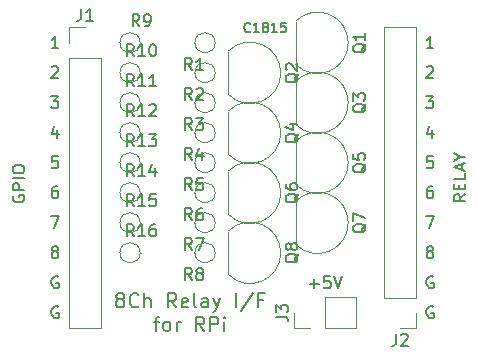
<source format=gto>
G04 #@! TF.FileFunction,Legend,Top*
%FSLAX46Y46*%
G04 Gerber Fmt 4.6, Leading zero omitted, Abs format (unit mm)*
G04 Created by KiCad (PCBNEW 4.0.7) date 07/06/18 16:03:28*
%MOMM*%
%LPD*%
G01*
G04 APERTURE LIST*
%ADD10C,0.100000*%
%ADD11C,0.150000*%
%ADD12C,0.200000*%
%ADD13C,0.120000*%
G04 APERTURE END LIST*
D10*
D11*
X91433809Y-77755714D02*
X91395714Y-77793810D01*
X91281428Y-77831905D01*
X91205238Y-77831905D01*
X91090952Y-77793810D01*
X91014761Y-77717619D01*
X90976666Y-77641429D01*
X90938571Y-77489048D01*
X90938571Y-77374762D01*
X90976666Y-77222381D01*
X91014761Y-77146190D01*
X91090952Y-77070000D01*
X91205238Y-77031905D01*
X91281428Y-77031905D01*
X91395714Y-77070000D01*
X91433809Y-77108095D01*
X92195714Y-77831905D02*
X91738571Y-77831905D01*
X91967142Y-77831905D02*
X91967142Y-77031905D01*
X91890952Y-77146190D01*
X91814761Y-77222381D01*
X91738571Y-77260476D01*
X92652857Y-77374762D02*
X92576666Y-77336667D01*
X92538571Y-77298571D01*
X92500476Y-77222381D01*
X92500476Y-77184286D01*
X92538571Y-77108095D01*
X92576666Y-77070000D01*
X92652857Y-77031905D01*
X92805238Y-77031905D01*
X92881428Y-77070000D01*
X92919524Y-77108095D01*
X92957619Y-77184286D01*
X92957619Y-77222381D01*
X92919524Y-77298571D01*
X92881428Y-77336667D01*
X92805238Y-77374762D01*
X92652857Y-77374762D01*
X92576666Y-77412857D01*
X92538571Y-77450952D01*
X92500476Y-77527143D01*
X92500476Y-77679524D01*
X92538571Y-77755714D01*
X92576666Y-77793810D01*
X92652857Y-77831905D01*
X92805238Y-77831905D01*
X92881428Y-77793810D01*
X92919524Y-77755714D01*
X92957619Y-77679524D01*
X92957619Y-77527143D01*
X92919524Y-77450952D01*
X92881428Y-77412857D01*
X92805238Y-77374762D01*
X93719524Y-77831905D02*
X93262381Y-77831905D01*
X93490952Y-77831905D02*
X93490952Y-77031905D01*
X93414762Y-77146190D01*
X93338571Y-77222381D01*
X93262381Y-77260476D01*
X94443334Y-77031905D02*
X94062381Y-77031905D01*
X94024286Y-77412857D01*
X94062381Y-77374762D01*
X94138572Y-77336667D01*
X94329048Y-77336667D01*
X94405238Y-77374762D01*
X94443334Y-77412857D01*
X94481429Y-77489048D01*
X94481429Y-77679524D01*
X94443334Y-77755714D01*
X94405238Y-77793810D01*
X94329048Y-77831905D01*
X94138572Y-77831905D01*
X94062381Y-77793810D01*
X94024286Y-77755714D01*
D12*
X109672381Y-91574762D02*
X109196190Y-91908096D01*
X109672381Y-92146191D02*
X108672381Y-92146191D01*
X108672381Y-91765238D01*
X108720000Y-91670000D01*
X108767619Y-91622381D01*
X108862857Y-91574762D01*
X109005714Y-91574762D01*
X109100952Y-91622381D01*
X109148571Y-91670000D01*
X109196190Y-91765238D01*
X109196190Y-92146191D01*
X109148571Y-91146191D02*
X109148571Y-90812857D01*
X109672381Y-90670000D02*
X109672381Y-91146191D01*
X108672381Y-91146191D01*
X108672381Y-90670000D01*
X109672381Y-89765238D02*
X109672381Y-90241429D01*
X108672381Y-90241429D01*
X109386667Y-89479524D02*
X109386667Y-89003333D01*
X109672381Y-89574762D02*
X108672381Y-89241429D01*
X109672381Y-88908095D01*
X109196190Y-88384286D02*
X109672381Y-88384286D01*
X108672381Y-88717619D02*
X109196190Y-88384286D01*
X108672381Y-88050952D01*
X80331429Y-100457143D02*
X80217143Y-100400000D01*
X80160000Y-100342857D01*
X80102857Y-100228571D01*
X80102857Y-100171429D01*
X80160000Y-100057143D01*
X80217143Y-100000000D01*
X80331429Y-99942857D01*
X80560000Y-99942857D01*
X80674286Y-100000000D01*
X80731429Y-100057143D01*
X80788572Y-100171429D01*
X80788572Y-100228571D01*
X80731429Y-100342857D01*
X80674286Y-100400000D01*
X80560000Y-100457143D01*
X80331429Y-100457143D01*
X80217143Y-100514286D01*
X80160000Y-100571429D01*
X80102857Y-100685714D01*
X80102857Y-100914286D01*
X80160000Y-101028571D01*
X80217143Y-101085714D01*
X80331429Y-101142857D01*
X80560000Y-101142857D01*
X80674286Y-101085714D01*
X80731429Y-101028571D01*
X80788572Y-100914286D01*
X80788572Y-100685714D01*
X80731429Y-100571429D01*
X80674286Y-100514286D01*
X80560000Y-100457143D01*
X81988572Y-101028571D02*
X81931429Y-101085714D01*
X81760000Y-101142857D01*
X81645714Y-101142857D01*
X81474286Y-101085714D01*
X81360000Y-100971429D01*
X81302857Y-100857143D01*
X81245714Y-100628571D01*
X81245714Y-100457143D01*
X81302857Y-100228571D01*
X81360000Y-100114286D01*
X81474286Y-100000000D01*
X81645714Y-99942857D01*
X81760000Y-99942857D01*
X81931429Y-100000000D01*
X81988572Y-100057143D01*
X82502857Y-101142857D02*
X82502857Y-99942857D01*
X83017143Y-101142857D02*
X83017143Y-100514286D01*
X82960000Y-100400000D01*
X82845714Y-100342857D01*
X82674286Y-100342857D01*
X82560000Y-100400000D01*
X82502857Y-100457143D01*
X85188572Y-101142857D02*
X84788572Y-100571429D01*
X84502857Y-101142857D02*
X84502857Y-99942857D01*
X84960000Y-99942857D01*
X85074286Y-100000000D01*
X85131429Y-100057143D01*
X85188572Y-100171429D01*
X85188572Y-100342857D01*
X85131429Y-100457143D01*
X85074286Y-100514286D01*
X84960000Y-100571429D01*
X84502857Y-100571429D01*
X86160000Y-101085714D02*
X86045714Y-101142857D01*
X85817143Y-101142857D01*
X85702857Y-101085714D01*
X85645714Y-100971429D01*
X85645714Y-100514286D01*
X85702857Y-100400000D01*
X85817143Y-100342857D01*
X86045714Y-100342857D01*
X86160000Y-100400000D01*
X86217143Y-100514286D01*
X86217143Y-100628571D01*
X85645714Y-100742857D01*
X86902857Y-101142857D02*
X86788571Y-101085714D01*
X86731428Y-100971429D01*
X86731428Y-99942857D01*
X87874285Y-101142857D02*
X87874285Y-100514286D01*
X87817142Y-100400000D01*
X87702856Y-100342857D01*
X87474285Y-100342857D01*
X87359999Y-100400000D01*
X87874285Y-101085714D02*
X87759999Y-101142857D01*
X87474285Y-101142857D01*
X87359999Y-101085714D01*
X87302856Y-100971429D01*
X87302856Y-100857143D01*
X87359999Y-100742857D01*
X87474285Y-100685714D01*
X87759999Y-100685714D01*
X87874285Y-100628571D01*
X88331428Y-100342857D02*
X88617142Y-101142857D01*
X88902856Y-100342857D02*
X88617142Y-101142857D01*
X88502856Y-101428571D01*
X88445713Y-101485714D01*
X88331428Y-101542857D01*
X90274285Y-101142857D02*
X90274285Y-99942857D01*
X91702857Y-99885714D02*
X90674286Y-101428571D01*
X92502857Y-100514286D02*
X92102857Y-100514286D01*
X92102857Y-101142857D02*
X92102857Y-99942857D01*
X92674286Y-99942857D01*
X83274286Y-102342857D02*
X83731429Y-102342857D01*
X83445714Y-103142857D02*
X83445714Y-102114286D01*
X83502857Y-102000000D01*
X83617143Y-101942857D01*
X83731429Y-101942857D01*
X84302857Y-103142857D02*
X84188571Y-103085714D01*
X84131428Y-103028571D01*
X84074285Y-102914286D01*
X84074285Y-102571429D01*
X84131428Y-102457143D01*
X84188571Y-102400000D01*
X84302857Y-102342857D01*
X84474285Y-102342857D01*
X84588571Y-102400000D01*
X84645714Y-102457143D01*
X84702857Y-102571429D01*
X84702857Y-102914286D01*
X84645714Y-103028571D01*
X84588571Y-103085714D01*
X84474285Y-103142857D01*
X84302857Y-103142857D01*
X85217142Y-103142857D02*
X85217142Y-102342857D01*
X85217142Y-102571429D02*
X85274285Y-102457143D01*
X85331428Y-102400000D01*
X85445714Y-102342857D01*
X85559999Y-102342857D01*
X87560000Y-103142857D02*
X87160000Y-102571429D01*
X86874285Y-103142857D02*
X86874285Y-101942857D01*
X87331428Y-101942857D01*
X87445714Y-102000000D01*
X87502857Y-102057143D01*
X87560000Y-102171429D01*
X87560000Y-102342857D01*
X87502857Y-102457143D01*
X87445714Y-102514286D01*
X87331428Y-102571429D01*
X86874285Y-102571429D01*
X88074285Y-103142857D02*
X88074285Y-101942857D01*
X88531428Y-101942857D01*
X88645714Y-102000000D01*
X88702857Y-102057143D01*
X88760000Y-102171429D01*
X88760000Y-102342857D01*
X88702857Y-102457143D01*
X88645714Y-102514286D01*
X88531428Y-102571429D01*
X88074285Y-102571429D01*
X89274285Y-103142857D02*
X89274285Y-102342857D01*
X89274285Y-101942857D02*
X89217142Y-102000000D01*
X89274285Y-102057143D01*
X89331428Y-102000000D01*
X89274285Y-101942857D01*
X89274285Y-102057143D01*
X96504286Y-99131429D02*
X97266191Y-99131429D01*
X96885239Y-99512381D02*
X96885239Y-98750476D01*
X98218572Y-98512381D02*
X97742381Y-98512381D01*
X97694762Y-98988571D01*
X97742381Y-98940952D01*
X97837619Y-98893333D01*
X98075715Y-98893333D01*
X98170953Y-98940952D01*
X98218572Y-98988571D01*
X98266191Y-99083810D01*
X98266191Y-99321905D01*
X98218572Y-99417143D01*
X98170953Y-99464762D01*
X98075715Y-99512381D01*
X97837619Y-99512381D01*
X97742381Y-99464762D01*
X97694762Y-99417143D01*
X98551905Y-98512381D02*
X98885238Y-99512381D01*
X99218572Y-98512381D01*
X106941905Y-101100000D02*
X106846667Y-101052381D01*
X106703810Y-101052381D01*
X106560952Y-101100000D01*
X106465714Y-101195238D01*
X106418095Y-101290476D01*
X106370476Y-101480952D01*
X106370476Y-101623810D01*
X106418095Y-101814286D01*
X106465714Y-101909524D01*
X106560952Y-102004762D01*
X106703810Y-102052381D01*
X106799048Y-102052381D01*
X106941905Y-102004762D01*
X106989524Y-101957143D01*
X106989524Y-101623810D01*
X106799048Y-101623810D01*
X106941905Y-98560000D02*
X106846667Y-98512381D01*
X106703810Y-98512381D01*
X106560952Y-98560000D01*
X106465714Y-98655238D01*
X106418095Y-98750476D01*
X106370476Y-98940952D01*
X106370476Y-99083810D01*
X106418095Y-99274286D01*
X106465714Y-99369524D01*
X106560952Y-99464762D01*
X106703810Y-99512381D01*
X106799048Y-99512381D01*
X106941905Y-99464762D01*
X106989524Y-99417143D01*
X106989524Y-99083810D01*
X106799048Y-99083810D01*
X106346667Y-93432381D02*
X107013334Y-93432381D01*
X106584762Y-94432381D01*
X106584762Y-96400952D02*
X106489524Y-96353333D01*
X106441905Y-96305714D01*
X106394286Y-96210476D01*
X106394286Y-96162857D01*
X106441905Y-96067619D01*
X106489524Y-96020000D01*
X106584762Y-95972381D01*
X106775239Y-95972381D01*
X106870477Y-96020000D01*
X106918096Y-96067619D01*
X106965715Y-96162857D01*
X106965715Y-96210476D01*
X106918096Y-96305714D01*
X106870477Y-96353333D01*
X106775239Y-96400952D01*
X106584762Y-96400952D01*
X106489524Y-96448571D01*
X106441905Y-96496190D01*
X106394286Y-96591429D01*
X106394286Y-96781905D01*
X106441905Y-96877143D01*
X106489524Y-96924762D01*
X106584762Y-96972381D01*
X106775239Y-96972381D01*
X106870477Y-96924762D01*
X106918096Y-96877143D01*
X106965715Y-96781905D01*
X106965715Y-96591429D01*
X106918096Y-96496190D01*
X106870477Y-96448571D01*
X106775239Y-96400952D01*
X106870477Y-86145714D02*
X106870477Y-86812381D01*
X106632381Y-85764762D02*
X106394286Y-86479048D01*
X107013334Y-86479048D01*
X106346667Y-83272381D02*
X106965715Y-83272381D01*
X106632381Y-83653333D01*
X106775239Y-83653333D01*
X106870477Y-83700952D01*
X106918096Y-83748571D01*
X106965715Y-83843810D01*
X106965715Y-84081905D01*
X106918096Y-84177143D01*
X106870477Y-84224762D01*
X106775239Y-84272381D01*
X106489524Y-84272381D01*
X106394286Y-84224762D01*
X106346667Y-84177143D01*
X106918096Y-88352381D02*
X106441905Y-88352381D01*
X106394286Y-88828571D01*
X106441905Y-88780952D01*
X106537143Y-88733333D01*
X106775239Y-88733333D01*
X106870477Y-88780952D01*
X106918096Y-88828571D01*
X106965715Y-88923810D01*
X106965715Y-89161905D01*
X106918096Y-89257143D01*
X106870477Y-89304762D01*
X106775239Y-89352381D01*
X106537143Y-89352381D01*
X106441905Y-89304762D01*
X106394286Y-89257143D01*
X106870477Y-90892381D02*
X106680000Y-90892381D01*
X106584762Y-90940000D01*
X106537143Y-90987619D01*
X106441905Y-91130476D01*
X106394286Y-91320952D01*
X106394286Y-91701905D01*
X106441905Y-91797143D01*
X106489524Y-91844762D01*
X106584762Y-91892381D01*
X106775239Y-91892381D01*
X106870477Y-91844762D01*
X106918096Y-91797143D01*
X106965715Y-91701905D01*
X106965715Y-91463810D01*
X106918096Y-91368571D01*
X106870477Y-91320952D01*
X106775239Y-91273333D01*
X106584762Y-91273333D01*
X106489524Y-91320952D01*
X106441905Y-91368571D01*
X106394286Y-91463810D01*
X106965715Y-79192381D02*
X106394286Y-79192381D01*
X106680000Y-79192381D02*
X106680000Y-78192381D01*
X106584762Y-78335238D01*
X106489524Y-78430476D01*
X106394286Y-78478095D01*
X106394286Y-80827619D02*
X106441905Y-80780000D01*
X106537143Y-80732381D01*
X106775239Y-80732381D01*
X106870477Y-80780000D01*
X106918096Y-80827619D01*
X106965715Y-80922857D01*
X106965715Y-81018095D01*
X106918096Y-81160952D01*
X106346667Y-81732381D01*
X106965715Y-81732381D01*
X74644286Y-80827619D02*
X74691905Y-80780000D01*
X74787143Y-80732381D01*
X75025239Y-80732381D01*
X75120477Y-80780000D01*
X75168096Y-80827619D01*
X75215715Y-80922857D01*
X75215715Y-81018095D01*
X75168096Y-81160952D01*
X74596667Y-81732381D01*
X75215715Y-81732381D01*
X75215715Y-79192381D02*
X74644286Y-79192381D01*
X74930000Y-79192381D02*
X74930000Y-78192381D01*
X74834762Y-78335238D01*
X74739524Y-78430476D01*
X74644286Y-78478095D01*
X75120477Y-90892381D02*
X74930000Y-90892381D01*
X74834762Y-90940000D01*
X74787143Y-90987619D01*
X74691905Y-91130476D01*
X74644286Y-91320952D01*
X74644286Y-91701905D01*
X74691905Y-91797143D01*
X74739524Y-91844762D01*
X74834762Y-91892381D01*
X75025239Y-91892381D01*
X75120477Y-91844762D01*
X75168096Y-91797143D01*
X75215715Y-91701905D01*
X75215715Y-91463810D01*
X75168096Y-91368571D01*
X75120477Y-91320952D01*
X75025239Y-91273333D01*
X74834762Y-91273333D01*
X74739524Y-91320952D01*
X74691905Y-91368571D01*
X74644286Y-91463810D01*
X75168096Y-88352381D02*
X74691905Y-88352381D01*
X74644286Y-88828571D01*
X74691905Y-88780952D01*
X74787143Y-88733333D01*
X75025239Y-88733333D01*
X75120477Y-88780952D01*
X75168096Y-88828571D01*
X75215715Y-88923810D01*
X75215715Y-89161905D01*
X75168096Y-89257143D01*
X75120477Y-89304762D01*
X75025239Y-89352381D01*
X74787143Y-89352381D01*
X74691905Y-89304762D01*
X74644286Y-89257143D01*
X74596667Y-83272381D02*
X75215715Y-83272381D01*
X74882381Y-83653333D01*
X75025239Y-83653333D01*
X75120477Y-83700952D01*
X75168096Y-83748571D01*
X75215715Y-83843810D01*
X75215715Y-84081905D01*
X75168096Y-84177143D01*
X75120477Y-84224762D01*
X75025239Y-84272381D01*
X74739524Y-84272381D01*
X74644286Y-84224762D01*
X74596667Y-84177143D01*
X75120477Y-86145714D02*
X75120477Y-86812381D01*
X74882381Y-85764762D02*
X74644286Y-86479048D01*
X75263334Y-86479048D01*
X74834762Y-96400952D02*
X74739524Y-96353333D01*
X74691905Y-96305714D01*
X74644286Y-96210476D01*
X74644286Y-96162857D01*
X74691905Y-96067619D01*
X74739524Y-96020000D01*
X74834762Y-95972381D01*
X75025239Y-95972381D01*
X75120477Y-96020000D01*
X75168096Y-96067619D01*
X75215715Y-96162857D01*
X75215715Y-96210476D01*
X75168096Y-96305714D01*
X75120477Y-96353333D01*
X75025239Y-96400952D01*
X74834762Y-96400952D01*
X74739524Y-96448571D01*
X74691905Y-96496190D01*
X74644286Y-96591429D01*
X74644286Y-96781905D01*
X74691905Y-96877143D01*
X74739524Y-96924762D01*
X74834762Y-96972381D01*
X75025239Y-96972381D01*
X75120477Y-96924762D01*
X75168096Y-96877143D01*
X75215715Y-96781905D01*
X75215715Y-96591429D01*
X75168096Y-96496190D01*
X75120477Y-96448571D01*
X75025239Y-96400952D01*
X74596667Y-93432381D02*
X75263334Y-93432381D01*
X74834762Y-94432381D01*
X75191905Y-98560000D02*
X75096667Y-98512381D01*
X74953810Y-98512381D01*
X74810952Y-98560000D01*
X74715714Y-98655238D01*
X74668095Y-98750476D01*
X74620476Y-98940952D01*
X74620476Y-99083810D01*
X74668095Y-99274286D01*
X74715714Y-99369524D01*
X74810952Y-99464762D01*
X74953810Y-99512381D01*
X75049048Y-99512381D01*
X75191905Y-99464762D01*
X75239524Y-99417143D01*
X75239524Y-99083810D01*
X75049048Y-99083810D01*
X75191905Y-101100000D02*
X75096667Y-101052381D01*
X74953810Y-101052381D01*
X74810952Y-101100000D01*
X74715714Y-101195238D01*
X74668095Y-101290476D01*
X74620476Y-101480952D01*
X74620476Y-101623810D01*
X74668095Y-101814286D01*
X74715714Y-101909524D01*
X74810952Y-102004762D01*
X74953810Y-102052381D01*
X75049048Y-102052381D01*
X75191905Y-102004762D01*
X75239524Y-101957143D01*
X75239524Y-101623810D01*
X75049048Y-101623810D01*
X71382000Y-91677999D02*
X71334381Y-91773237D01*
X71334381Y-91916094D01*
X71382000Y-92058952D01*
X71477238Y-92154190D01*
X71572476Y-92201809D01*
X71762952Y-92249428D01*
X71905810Y-92249428D01*
X72096286Y-92201809D01*
X72191524Y-92154190D01*
X72286762Y-92058952D01*
X72334381Y-91916094D01*
X72334381Y-91820856D01*
X72286762Y-91677999D01*
X72239143Y-91630380D01*
X71905810Y-91630380D01*
X71905810Y-91820856D01*
X72334381Y-91201809D02*
X71334381Y-91201809D01*
X71334381Y-90820856D01*
X71382000Y-90725618D01*
X71429619Y-90677999D01*
X71524857Y-90630380D01*
X71667714Y-90630380D01*
X71762952Y-90677999D01*
X71810571Y-90725618D01*
X71858190Y-90820856D01*
X71858190Y-91201809D01*
X72334381Y-90201809D02*
X71334381Y-90201809D01*
X71334381Y-89535143D02*
X71334381Y-89344666D01*
X71382000Y-89249428D01*
X71477238Y-89154190D01*
X71667714Y-89106571D01*
X72001048Y-89106571D01*
X72191524Y-89154190D01*
X72286762Y-89249428D01*
X72334381Y-89344666D01*
X72334381Y-89535143D01*
X72286762Y-89630381D01*
X72191524Y-89725619D01*
X72001048Y-89773238D01*
X71667714Y-89773238D01*
X71477238Y-89725619D01*
X71382000Y-89630381D01*
X71334381Y-89535143D01*
D13*
X76140000Y-102930000D02*
X78800000Y-102930000D01*
X76140000Y-80010000D02*
X76140000Y-102930000D01*
X78800000Y-80010000D02*
X78800000Y-102930000D01*
X76140000Y-80010000D02*
X78800000Y-80010000D01*
X76140000Y-78740000D02*
X76140000Y-77410000D01*
X76140000Y-77410000D02*
X77470000Y-77410000D01*
X105470000Y-77410000D02*
X102810000Y-77410000D01*
X105470000Y-100330000D02*
X105470000Y-77410000D01*
X102810000Y-100330000D02*
X102810000Y-77410000D01*
X105470000Y-100330000D02*
X102810000Y-100330000D01*
X105470000Y-101600000D02*
X105470000Y-102930000D01*
X105470000Y-102930000D02*
X104140000Y-102930000D01*
X100390000Y-102930000D02*
X100390000Y-100270000D01*
X97790000Y-102930000D02*
X100390000Y-102930000D01*
X97790000Y-100270000D02*
X100390000Y-100270000D01*
X97790000Y-102930000D02*
X97790000Y-100270000D01*
X96520000Y-102930000D02*
X95190000Y-102930000D01*
X95190000Y-102930000D02*
X95190000Y-101600000D01*
X95305000Y-76940000D02*
X95305000Y-80540000D01*
X95316522Y-76901522D02*
G75*
G02X99755000Y-78740000I1838478J-1838478D01*
G01*
X95316522Y-80578478D02*
G75*
G03X99755000Y-78740000I1838478J1838478D01*
G01*
X89590000Y-79480000D02*
X89590000Y-83080000D01*
X89601522Y-79441522D02*
G75*
G02X94040000Y-81280000I1838478J-1838478D01*
G01*
X89601522Y-83118478D02*
G75*
G03X94040000Y-81280000I1838478J1838478D01*
G01*
X95305000Y-82020000D02*
X95305000Y-85620000D01*
X95316522Y-81981522D02*
G75*
G02X99755000Y-83820000I1838478J-1838478D01*
G01*
X95316522Y-85658478D02*
G75*
G03X99755000Y-83820000I1838478J1838478D01*
G01*
X89590000Y-84560000D02*
X89590000Y-88160000D01*
X89601522Y-84521522D02*
G75*
G02X94040000Y-86360000I1838478J-1838478D01*
G01*
X89601522Y-88198478D02*
G75*
G03X94040000Y-86360000I1838478J1838478D01*
G01*
X95305000Y-87100000D02*
X95305000Y-90700000D01*
X95316522Y-87061522D02*
G75*
G02X99755000Y-88900000I1838478J-1838478D01*
G01*
X95316522Y-90738478D02*
G75*
G03X99755000Y-88900000I1838478J1838478D01*
G01*
X89590000Y-89640000D02*
X89590000Y-93240000D01*
X89601522Y-89601522D02*
G75*
G02X94040000Y-91440000I1838478J-1838478D01*
G01*
X89601522Y-93278478D02*
G75*
G03X94040000Y-91440000I1838478J1838478D01*
G01*
X95305000Y-92180000D02*
X95305000Y-95780000D01*
X95316522Y-92141522D02*
G75*
G02X99755000Y-93980000I1838478J-1838478D01*
G01*
X95316522Y-95818478D02*
G75*
G03X99755000Y-93980000I1838478J1838478D01*
G01*
X89590000Y-94720000D02*
X89590000Y-98320000D01*
X89601522Y-94681522D02*
G75*
G02X94040000Y-96520000I1838478J-1838478D01*
G01*
X89601522Y-98358478D02*
G75*
G03X94040000Y-96520000I1838478J1838478D01*
G01*
X88490000Y-78740000D02*
G75*
G03X88490000Y-78740000I-860000J0D01*
G01*
X86770000Y-78740000D02*
X86730000Y-78740000D01*
X88490000Y-81280000D02*
G75*
G03X88490000Y-81280000I-860000J0D01*
G01*
X86770000Y-81280000D02*
X86730000Y-81280000D01*
X88490000Y-83820000D02*
G75*
G03X88490000Y-83820000I-860000J0D01*
G01*
X86770000Y-83820000D02*
X86730000Y-83820000D01*
X88490000Y-86360000D02*
G75*
G03X88490000Y-86360000I-860000J0D01*
G01*
X86770000Y-86360000D02*
X86730000Y-86360000D01*
X88490000Y-88900000D02*
G75*
G03X88490000Y-88900000I-860000J0D01*
G01*
X86770000Y-88900000D02*
X86730000Y-88900000D01*
X88490000Y-91440000D02*
G75*
G03X88490000Y-91440000I-860000J0D01*
G01*
X86770000Y-91440000D02*
X86730000Y-91440000D01*
X88490000Y-93980000D02*
G75*
G03X88490000Y-93980000I-860000J0D01*
G01*
X86770000Y-93980000D02*
X86730000Y-93980000D01*
X88490000Y-96520000D02*
G75*
G03X88490000Y-96520000I-860000J0D01*
G01*
X86770000Y-96520000D02*
X86730000Y-96520000D01*
X82140000Y-78740000D02*
G75*
G03X82140000Y-78740000I-860000J0D01*
G01*
X82140000Y-78740000D02*
X82180000Y-78740000D01*
X82140000Y-81280000D02*
G75*
G03X82140000Y-81280000I-860000J0D01*
G01*
X82140000Y-81280000D02*
X82180000Y-81280000D01*
X82140000Y-83820000D02*
G75*
G03X82140000Y-83820000I-860000J0D01*
G01*
X82140000Y-83820000D02*
X82180000Y-83820000D01*
X82140000Y-86360000D02*
G75*
G03X82140000Y-86360000I-860000J0D01*
G01*
X82140000Y-86360000D02*
X82180000Y-86360000D01*
X82140000Y-88900000D02*
G75*
G03X82140000Y-88900000I-860000J0D01*
G01*
X82140000Y-88900000D02*
X82180000Y-88900000D01*
X82140000Y-91440000D02*
G75*
G03X82140000Y-91440000I-860000J0D01*
G01*
X82140000Y-91440000D02*
X82180000Y-91440000D01*
X82140000Y-93980000D02*
G75*
G03X82140000Y-93980000I-860000J0D01*
G01*
X82140000Y-93980000D02*
X82180000Y-93980000D01*
X82140000Y-96520000D02*
G75*
G03X82140000Y-96520000I-860000J0D01*
G01*
X82140000Y-96520000D02*
X82180000Y-96520000D01*
D11*
X77136667Y-75862381D02*
X77136667Y-76576667D01*
X77089047Y-76719524D01*
X76993809Y-76814762D01*
X76850952Y-76862381D01*
X76755714Y-76862381D01*
X78136667Y-76862381D02*
X77565238Y-76862381D01*
X77850952Y-76862381D02*
X77850952Y-75862381D01*
X77755714Y-76005238D01*
X77660476Y-76100476D01*
X77565238Y-76148095D01*
X103806667Y-103382381D02*
X103806667Y-104096667D01*
X103759047Y-104239524D01*
X103663809Y-104334762D01*
X103520952Y-104382381D01*
X103425714Y-104382381D01*
X104235238Y-103477619D02*
X104282857Y-103430000D01*
X104378095Y-103382381D01*
X104616191Y-103382381D01*
X104711429Y-103430000D01*
X104759048Y-103477619D01*
X104806667Y-103572857D01*
X104806667Y-103668095D01*
X104759048Y-103810952D01*
X104187619Y-104382381D01*
X104806667Y-104382381D01*
X93642381Y-101933333D02*
X94356667Y-101933333D01*
X94499524Y-101980953D01*
X94594762Y-102076191D01*
X94642381Y-102219048D01*
X94642381Y-102314286D01*
X93642381Y-101552381D02*
X93642381Y-100933333D01*
X94023333Y-101266667D01*
X94023333Y-101123809D01*
X94070952Y-101028571D01*
X94118571Y-100980952D01*
X94213810Y-100933333D01*
X94451905Y-100933333D01*
X94547143Y-100980952D01*
X94594762Y-101028571D01*
X94642381Y-101123809D01*
X94642381Y-101409524D01*
X94594762Y-101504762D01*
X94547143Y-101552381D01*
X101262619Y-78835238D02*
X101215000Y-78930476D01*
X101119762Y-79025714D01*
X100976905Y-79168571D01*
X100929286Y-79263810D01*
X100929286Y-79359048D01*
X101167381Y-79311429D02*
X101119762Y-79406667D01*
X101024524Y-79501905D01*
X100834048Y-79549524D01*
X100500714Y-79549524D01*
X100310238Y-79501905D01*
X100215000Y-79406667D01*
X100167381Y-79311429D01*
X100167381Y-79120952D01*
X100215000Y-79025714D01*
X100310238Y-78930476D01*
X100500714Y-78882857D01*
X100834048Y-78882857D01*
X101024524Y-78930476D01*
X101119762Y-79025714D01*
X101167381Y-79120952D01*
X101167381Y-79311429D01*
X101167381Y-77930476D02*
X101167381Y-78501905D01*
X101167381Y-78216191D02*
X100167381Y-78216191D01*
X100310238Y-78311429D01*
X100405476Y-78406667D01*
X100453095Y-78501905D01*
X95547619Y-81375238D02*
X95500000Y-81470476D01*
X95404762Y-81565714D01*
X95261905Y-81708571D01*
X95214286Y-81803810D01*
X95214286Y-81899048D01*
X95452381Y-81851429D02*
X95404762Y-81946667D01*
X95309524Y-82041905D01*
X95119048Y-82089524D01*
X94785714Y-82089524D01*
X94595238Y-82041905D01*
X94500000Y-81946667D01*
X94452381Y-81851429D01*
X94452381Y-81660952D01*
X94500000Y-81565714D01*
X94595238Y-81470476D01*
X94785714Y-81422857D01*
X95119048Y-81422857D01*
X95309524Y-81470476D01*
X95404762Y-81565714D01*
X95452381Y-81660952D01*
X95452381Y-81851429D01*
X94547619Y-81041905D02*
X94500000Y-80994286D01*
X94452381Y-80899048D01*
X94452381Y-80660952D01*
X94500000Y-80565714D01*
X94547619Y-80518095D01*
X94642857Y-80470476D01*
X94738095Y-80470476D01*
X94880952Y-80518095D01*
X95452381Y-81089524D01*
X95452381Y-80470476D01*
X101262619Y-83915238D02*
X101215000Y-84010476D01*
X101119762Y-84105714D01*
X100976905Y-84248571D01*
X100929286Y-84343810D01*
X100929286Y-84439048D01*
X101167381Y-84391429D02*
X101119762Y-84486667D01*
X101024524Y-84581905D01*
X100834048Y-84629524D01*
X100500714Y-84629524D01*
X100310238Y-84581905D01*
X100215000Y-84486667D01*
X100167381Y-84391429D01*
X100167381Y-84200952D01*
X100215000Y-84105714D01*
X100310238Y-84010476D01*
X100500714Y-83962857D01*
X100834048Y-83962857D01*
X101024524Y-84010476D01*
X101119762Y-84105714D01*
X101167381Y-84200952D01*
X101167381Y-84391429D01*
X100167381Y-83629524D02*
X100167381Y-83010476D01*
X100548333Y-83343810D01*
X100548333Y-83200952D01*
X100595952Y-83105714D01*
X100643571Y-83058095D01*
X100738810Y-83010476D01*
X100976905Y-83010476D01*
X101072143Y-83058095D01*
X101119762Y-83105714D01*
X101167381Y-83200952D01*
X101167381Y-83486667D01*
X101119762Y-83581905D01*
X101072143Y-83629524D01*
X95547619Y-86455238D02*
X95500000Y-86550476D01*
X95404762Y-86645714D01*
X95261905Y-86788571D01*
X95214286Y-86883810D01*
X95214286Y-86979048D01*
X95452381Y-86931429D02*
X95404762Y-87026667D01*
X95309524Y-87121905D01*
X95119048Y-87169524D01*
X94785714Y-87169524D01*
X94595238Y-87121905D01*
X94500000Y-87026667D01*
X94452381Y-86931429D01*
X94452381Y-86740952D01*
X94500000Y-86645714D01*
X94595238Y-86550476D01*
X94785714Y-86502857D01*
X95119048Y-86502857D01*
X95309524Y-86550476D01*
X95404762Y-86645714D01*
X95452381Y-86740952D01*
X95452381Y-86931429D01*
X94785714Y-85645714D02*
X95452381Y-85645714D01*
X94404762Y-85883810D02*
X95119048Y-86121905D01*
X95119048Y-85502857D01*
X101262619Y-88995238D02*
X101215000Y-89090476D01*
X101119762Y-89185714D01*
X100976905Y-89328571D01*
X100929286Y-89423810D01*
X100929286Y-89519048D01*
X101167381Y-89471429D02*
X101119762Y-89566667D01*
X101024524Y-89661905D01*
X100834048Y-89709524D01*
X100500714Y-89709524D01*
X100310238Y-89661905D01*
X100215000Y-89566667D01*
X100167381Y-89471429D01*
X100167381Y-89280952D01*
X100215000Y-89185714D01*
X100310238Y-89090476D01*
X100500714Y-89042857D01*
X100834048Y-89042857D01*
X101024524Y-89090476D01*
X101119762Y-89185714D01*
X101167381Y-89280952D01*
X101167381Y-89471429D01*
X100167381Y-88138095D02*
X100167381Y-88614286D01*
X100643571Y-88661905D01*
X100595952Y-88614286D01*
X100548333Y-88519048D01*
X100548333Y-88280952D01*
X100595952Y-88185714D01*
X100643571Y-88138095D01*
X100738810Y-88090476D01*
X100976905Y-88090476D01*
X101072143Y-88138095D01*
X101119762Y-88185714D01*
X101167381Y-88280952D01*
X101167381Y-88519048D01*
X101119762Y-88614286D01*
X101072143Y-88661905D01*
X95547619Y-91535238D02*
X95500000Y-91630476D01*
X95404762Y-91725714D01*
X95261905Y-91868571D01*
X95214286Y-91963810D01*
X95214286Y-92059048D01*
X95452381Y-92011429D02*
X95404762Y-92106667D01*
X95309524Y-92201905D01*
X95119048Y-92249524D01*
X94785714Y-92249524D01*
X94595238Y-92201905D01*
X94500000Y-92106667D01*
X94452381Y-92011429D01*
X94452381Y-91820952D01*
X94500000Y-91725714D01*
X94595238Y-91630476D01*
X94785714Y-91582857D01*
X95119048Y-91582857D01*
X95309524Y-91630476D01*
X95404762Y-91725714D01*
X95452381Y-91820952D01*
X95452381Y-92011429D01*
X94452381Y-90725714D02*
X94452381Y-90916191D01*
X94500000Y-91011429D01*
X94547619Y-91059048D01*
X94690476Y-91154286D01*
X94880952Y-91201905D01*
X95261905Y-91201905D01*
X95357143Y-91154286D01*
X95404762Y-91106667D01*
X95452381Y-91011429D01*
X95452381Y-90820952D01*
X95404762Y-90725714D01*
X95357143Y-90678095D01*
X95261905Y-90630476D01*
X95023810Y-90630476D01*
X94928571Y-90678095D01*
X94880952Y-90725714D01*
X94833333Y-90820952D01*
X94833333Y-91011429D01*
X94880952Y-91106667D01*
X94928571Y-91154286D01*
X95023810Y-91201905D01*
X101262619Y-94075238D02*
X101215000Y-94170476D01*
X101119762Y-94265714D01*
X100976905Y-94408571D01*
X100929286Y-94503810D01*
X100929286Y-94599048D01*
X101167381Y-94551429D02*
X101119762Y-94646667D01*
X101024524Y-94741905D01*
X100834048Y-94789524D01*
X100500714Y-94789524D01*
X100310238Y-94741905D01*
X100215000Y-94646667D01*
X100167381Y-94551429D01*
X100167381Y-94360952D01*
X100215000Y-94265714D01*
X100310238Y-94170476D01*
X100500714Y-94122857D01*
X100834048Y-94122857D01*
X101024524Y-94170476D01*
X101119762Y-94265714D01*
X101167381Y-94360952D01*
X101167381Y-94551429D01*
X100167381Y-93789524D02*
X100167381Y-93122857D01*
X101167381Y-93551429D01*
X95547619Y-96615238D02*
X95500000Y-96710476D01*
X95404762Y-96805714D01*
X95261905Y-96948571D01*
X95214286Y-97043810D01*
X95214286Y-97139048D01*
X95452381Y-97091429D02*
X95404762Y-97186667D01*
X95309524Y-97281905D01*
X95119048Y-97329524D01*
X94785714Y-97329524D01*
X94595238Y-97281905D01*
X94500000Y-97186667D01*
X94452381Y-97091429D01*
X94452381Y-96900952D01*
X94500000Y-96805714D01*
X94595238Y-96710476D01*
X94785714Y-96662857D01*
X95119048Y-96662857D01*
X95309524Y-96710476D01*
X95404762Y-96805714D01*
X95452381Y-96900952D01*
X95452381Y-97091429D01*
X94880952Y-96091429D02*
X94833333Y-96186667D01*
X94785714Y-96234286D01*
X94690476Y-96281905D01*
X94642857Y-96281905D01*
X94547619Y-96234286D01*
X94500000Y-96186667D01*
X94452381Y-96091429D01*
X94452381Y-95900952D01*
X94500000Y-95805714D01*
X94547619Y-95758095D01*
X94642857Y-95710476D01*
X94690476Y-95710476D01*
X94785714Y-95758095D01*
X94833333Y-95805714D01*
X94880952Y-95900952D01*
X94880952Y-96091429D01*
X94928571Y-96186667D01*
X94976190Y-96234286D01*
X95071429Y-96281905D01*
X95261905Y-96281905D01*
X95357143Y-96234286D01*
X95404762Y-96186667D01*
X95452381Y-96091429D01*
X95452381Y-95900952D01*
X95404762Y-95805714D01*
X95357143Y-95758095D01*
X95261905Y-95710476D01*
X95071429Y-95710476D01*
X94976190Y-95758095D01*
X94928571Y-95805714D01*
X94880952Y-95900952D01*
X86513334Y-81052381D02*
X86180000Y-80576190D01*
X85941905Y-81052381D02*
X85941905Y-80052381D01*
X86322858Y-80052381D01*
X86418096Y-80100000D01*
X86465715Y-80147619D01*
X86513334Y-80242857D01*
X86513334Y-80385714D01*
X86465715Y-80480952D01*
X86418096Y-80528571D01*
X86322858Y-80576190D01*
X85941905Y-80576190D01*
X87465715Y-81052381D02*
X86894286Y-81052381D01*
X87180000Y-81052381D02*
X87180000Y-80052381D01*
X87084762Y-80195238D01*
X86989524Y-80290476D01*
X86894286Y-80338095D01*
X86513334Y-83592381D02*
X86180000Y-83116190D01*
X85941905Y-83592381D02*
X85941905Y-82592381D01*
X86322858Y-82592381D01*
X86418096Y-82640000D01*
X86465715Y-82687619D01*
X86513334Y-82782857D01*
X86513334Y-82925714D01*
X86465715Y-83020952D01*
X86418096Y-83068571D01*
X86322858Y-83116190D01*
X85941905Y-83116190D01*
X86894286Y-82687619D02*
X86941905Y-82640000D01*
X87037143Y-82592381D01*
X87275239Y-82592381D01*
X87370477Y-82640000D01*
X87418096Y-82687619D01*
X87465715Y-82782857D01*
X87465715Y-82878095D01*
X87418096Y-83020952D01*
X86846667Y-83592381D01*
X87465715Y-83592381D01*
X86513334Y-86132381D02*
X86180000Y-85656190D01*
X85941905Y-86132381D02*
X85941905Y-85132381D01*
X86322858Y-85132381D01*
X86418096Y-85180000D01*
X86465715Y-85227619D01*
X86513334Y-85322857D01*
X86513334Y-85465714D01*
X86465715Y-85560952D01*
X86418096Y-85608571D01*
X86322858Y-85656190D01*
X85941905Y-85656190D01*
X86846667Y-85132381D02*
X87465715Y-85132381D01*
X87132381Y-85513333D01*
X87275239Y-85513333D01*
X87370477Y-85560952D01*
X87418096Y-85608571D01*
X87465715Y-85703810D01*
X87465715Y-85941905D01*
X87418096Y-86037143D01*
X87370477Y-86084762D01*
X87275239Y-86132381D01*
X86989524Y-86132381D01*
X86894286Y-86084762D01*
X86846667Y-86037143D01*
X86513334Y-88672381D02*
X86180000Y-88196190D01*
X85941905Y-88672381D02*
X85941905Y-87672381D01*
X86322858Y-87672381D01*
X86418096Y-87720000D01*
X86465715Y-87767619D01*
X86513334Y-87862857D01*
X86513334Y-88005714D01*
X86465715Y-88100952D01*
X86418096Y-88148571D01*
X86322858Y-88196190D01*
X85941905Y-88196190D01*
X87370477Y-88005714D02*
X87370477Y-88672381D01*
X87132381Y-87624762D02*
X86894286Y-88339048D01*
X87513334Y-88339048D01*
X86513334Y-91212381D02*
X86180000Y-90736190D01*
X85941905Y-91212381D02*
X85941905Y-90212381D01*
X86322858Y-90212381D01*
X86418096Y-90260000D01*
X86465715Y-90307619D01*
X86513334Y-90402857D01*
X86513334Y-90545714D01*
X86465715Y-90640952D01*
X86418096Y-90688571D01*
X86322858Y-90736190D01*
X85941905Y-90736190D01*
X87418096Y-90212381D02*
X86941905Y-90212381D01*
X86894286Y-90688571D01*
X86941905Y-90640952D01*
X87037143Y-90593333D01*
X87275239Y-90593333D01*
X87370477Y-90640952D01*
X87418096Y-90688571D01*
X87465715Y-90783810D01*
X87465715Y-91021905D01*
X87418096Y-91117143D01*
X87370477Y-91164762D01*
X87275239Y-91212381D01*
X87037143Y-91212381D01*
X86941905Y-91164762D01*
X86894286Y-91117143D01*
X86513334Y-93752381D02*
X86180000Y-93276190D01*
X85941905Y-93752381D02*
X85941905Y-92752381D01*
X86322858Y-92752381D01*
X86418096Y-92800000D01*
X86465715Y-92847619D01*
X86513334Y-92942857D01*
X86513334Y-93085714D01*
X86465715Y-93180952D01*
X86418096Y-93228571D01*
X86322858Y-93276190D01*
X85941905Y-93276190D01*
X87370477Y-92752381D02*
X87180000Y-92752381D01*
X87084762Y-92800000D01*
X87037143Y-92847619D01*
X86941905Y-92990476D01*
X86894286Y-93180952D01*
X86894286Y-93561905D01*
X86941905Y-93657143D01*
X86989524Y-93704762D01*
X87084762Y-93752381D01*
X87275239Y-93752381D01*
X87370477Y-93704762D01*
X87418096Y-93657143D01*
X87465715Y-93561905D01*
X87465715Y-93323810D01*
X87418096Y-93228571D01*
X87370477Y-93180952D01*
X87275239Y-93133333D01*
X87084762Y-93133333D01*
X86989524Y-93180952D01*
X86941905Y-93228571D01*
X86894286Y-93323810D01*
X86513334Y-96292381D02*
X86180000Y-95816190D01*
X85941905Y-96292381D02*
X85941905Y-95292381D01*
X86322858Y-95292381D01*
X86418096Y-95340000D01*
X86465715Y-95387619D01*
X86513334Y-95482857D01*
X86513334Y-95625714D01*
X86465715Y-95720952D01*
X86418096Y-95768571D01*
X86322858Y-95816190D01*
X85941905Y-95816190D01*
X86846667Y-95292381D02*
X87513334Y-95292381D01*
X87084762Y-96292381D01*
X86513334Y-98832381D02*
X86180000Y-98356190D01*
X85941905Y-98832381D02*
X85941905Y-97832381D01*
X86322858Y-97832381D01*
X86418096Y-97880000D01*
X86465715Y-97927619D01*
X86513334Y-98022857D01*
X86513334Y-98165714D01*
X86465715Y-98260952D01*
X86418096Y-98308571D01*
X86322858Y-98356190D01*
X85941905Y-98356190D01*
X87084762Y-98260952D02*
X86989524Y-98213333D01*
X86941905Y-98165714D01*
X86894286Y-98070476D01*
X86894286Y-98022857D01*
X86941905Y-97927619D01*
X86989524Y-97880000D01*
X87084762Y-97832381D01*
X87275239Y-97832381D01*
X87370477Y-97880000D01*
X87418096Y-97927619D01*
X87465715Y-98022857D01*
X87465715Y-98070476D01*
X87418096Y-98165714D01*
X87370477Y-98213333D01*
X87275239Y-98260952D01*
X87084762Y-98260952D01*
X86989524Y-98308571D01*
X86941905Y-98356190D01*
X86894286Y-98451429D01*
X86894286Y-98641905D01*
X86941905Y-98737143D01*
X86989524Y-98784762D01*
X87084762Y-98832381D01*
X87275239Y-98832381D01*
X87370477Y-98784762D01*
X87418096Y-98737143D01*
X87465715Y-98641905D01*
X87465715Y-98451429D01*
X87418096Y-98356190D01*
X87370477Y-98308571D01*
X87275239Y-98260952D01*
X82063334Y-77332381D02*
X81730000Y-76856190D01*
X81491905Y-77332381D02*
X81491905Y-76332381D01*
X81872858Y-76332381D01*
X81968096Y-76380000D01*
X82015715Y-76427619D01*
X82063334Y-76522857D01*
X82063334Y-76665714D01*
X82015715Y-76760952D01*
X81968096Y-76808571D01*
X81872858Y-76856190D01*
X81491905Y-76856190D01*
X82539524Y-77332381D02*
X82730000Y-77332381D01*
X82825239Y-77284762D01*
X82872858Y-77237143D01*
X82968096Y-77094286D01*
X83015715Y-76903810D01*
X83015715Y-76522857D01*
X82968096Y-76427619D01*
X82920477Y-76380000D01*
X82825239Y-76332381D01*
X82634762Y-76332381D01*
X82539524Y-76380000D01*
X82491905Y-76427619D01*
X82444286Y-76522857D01*
X82444286Y-76760952D01*
X82491905Y-76856190D01*
X82539524Y-76903810D01*
X82634762Y-76951429D01*
X82825239Y-76951429D01*
X82920477Y-76903810D01*
X82968096Y-76856190D01*
X83015715Y-76760952D01*
X81587143Y-79872381D02*
X81253809Y-79396190D01*
X81015714Y-79872381D02*
X81015714Y-78872381D01*
X81396667Y-78872381D01*
X81491905Y-78920000D01*
X81539524Y-78967619D01*
X81587143Y-79062857D01*
X81587143Y-79205714D01*
X81539524Y-79300952D01*
X81491905Y-79348571D01*
X81396667Y-79396190D01*
X81015714Y-79396190D01*
X82539524Y-79872381D02*
X81968095Y-79872381D01*
X82253809Y-79872381D02*
X82253809Y-78872381D01*
X82158571Y-79015238D01*
X82063333Y-79110476D01*
X81968095Y-79158095D01*
X83158571Y-78872381D02*
X83253810Y-78872381D01*
X83349048Y-78920000D01*
X83396667Y-78967619D01*
X83444286Y-79062857D01*
X83491905Y-79253333D01*
X83491905Y-79491429D01*
X83444286Y-79681905D01*
X83396667Y-79777143D01*
X83349048Y-79824762D01*
X83253810Y-79872381D01*
X83158571Y-79872381D01*
X83063333Y-79824762D01*
X83015714Y-79777143D01*
X82968095Y-79681905D01*
X82920476Y-79491429D01*
X82920476Y-79253333D01*
X82968095Y-79062857D01*
X83015714Y-78967619D01*
X83063333Y-78920000D01*
X83158571Y-78872381D01*
X81587143Y-82412381D02*
X81253809Y-81936190D01*
X81015714Y-82412381D02*
X81015714Y-81412381D01*
X81396667Y-81412381D01*
X81491905Y-81460000D01*
X81539524Y-81507619D01*
X81587143Y-81602857D01*
X81587143Y-81745714D01*
X81539524Y-81840952D01*
X81491905Y-81888571D01*
X81396667Y-81936190D01*
X81015714Y-81936190D01*
X82539524Y-82412381D02*
X81968095Y-82412381D01*
X82253809Y-82412381D02*
X82253809Y-81412381D01*
X82158571Y-81555238D01*
X82063333Y-81650476D01*
X81968095Y-81698095D01*
X83491905Y-82412381D02*
X82920476Y-82412381D01*
X83206190Y-82412381D02*
X83206190Y-81412381D01*
X83110952Y-81555238D01*
X83015714Y-81650476D01*
X82920476Y-81698095D01*
X81587143Y-84952381D02*
X81253809Y-84476190D01*
X81015714Y-84952381D02*
X81015714Y-83952381D01*
X81396667Y-83952381D01*
X81491905Y-84000000D01*
X81539524Y-84047619D01*
X81587143Y-84142857D01*
X81587143Y-84285714D01*
X81539524Y-84380952D01*
X81491905Y-84428571D01*
X81396667Y-84476190D01*
X81015714Y-84476190D01*
X82539524Y-84952381D02*
X81968095Y-84952381D01*
X82253809Y-84952381D02*
X82253809Y-83952381D01*
X82158571Y-84095238D01*
X82063333Y-84190476D01*
X81968095Y-84238095D01*
X82920476Y-84047619D02*
X82968095Y-84000000D01*
X83063333Y-83952381D01*
X83301429Y-83952381D01*
X83396667Y-84000000D01*
X83444286Y-84047619D01*
X83491905Y-84142857D01*
X83491905Y-84238095D01*
X83444286Y-84380952D01*
X82872857Y-84952381D01*
X83491905Y-84952381D01*
X81587143Y-87492381D02*
X81253809Y-87016190D01*
X81015714Y-87492381D02*
X81015714Y-86492381D01*
X81396667Y-86492381D01*
X81491905Y-86540000D01*
X81539524Y-86587619D01*
X81587143Y-86682857D01*
X81587143Y-86825714D01*
X81539524Y-86920952D01*
X81491905Y-86968571D01*
X81396667Y-87016190D01*
X81015714Y-87016190D01*
X82539524Y-87492381D02*
X81968095Y-87492381D01*
X82253809Y-87492381D02*
X82253809Y-86492381D01*
X82158571Y-86635238D01*
X82063333Y-86730476D01*
X81968095Y-86778095D01*
X82872857Y-86492381D02*
X83491905Y-86492381D01*
X83158571Y-86873333D01*
X83301429Y-86873333D01*
X83396667Y-86920952D01*
X83444286Y-86968571D01*
X83491905Y-87063810D01*
X83491905Y-87301905D01*
X83444286Y-87397143D01*
X83396667Y-87444762D01*
X83301429Y-87492381D01*
X83015714Y-87492381D01*
X82920476Y-87444762D01*
X82872857Y-87397143D01*
X81587143Y-90032381D02*
X81253809Y-89556190D01*
X81015714Y-90032381D02*
X81015714Y-89032381D01*
X81396667Y-89032381D01*
X81491905Y-89080000D01*
X81539524Y-89127619D01*
X81587143Y-89222857D01*
X81587143Y-89365714D01*
X81539524Y-89460952D01*
X81491905Y-89508571D01*
X81396667Y-89556190D01*
X81015714Y-89556190D01*
X82539524Y-90032381D02*
X81968095Y-90032381D01*
X82253809Y-90032381D02*
X82253809Y-89032381D01*
X82158571Y-89175238D01*
X82063333Y-89270476D01*
X81968095Y-89318095D01*
X83396667Y-89365714D02*
X83396667Y-90032381D01*
X83158571Y-88984762D02*
X82920476Y-89699048D01*
X83539524Y-89699048D01*
X81587143Y-92572381D02*
X81253809Y-92096190D01*
X81015714Y-92572381D02*
X81015714Y-91572381D01*
X81396667Y-91572381D01*
X81491905Y-91620000D01*
X81539524Y-91667619D01*
X81587143Y-91762857D01*
X81587143Y-91905714D01*
X81539524Y-92000952D01*
X81491905Y-92048571D01*
X81396667Y-92096190D01*
X81015714Y-92096190D01*
X82539524Y-92572381D02*
X81968095Y-92572381D01*
X82253809Y-92572381D02*
X82253809Y-91572381D01*
X82158571Y-91715238D01*
X82063333Y-91810476D01*
X81968095Y-91858095D01*
X83444286Y-91572381D02*
X82968095Y-91572381D01*
X82920476Y-92048571D01*
X82968095Y-92000952D01*
X83063333Y-91953333D01*
X83301429Y-91953333D01*
X83396667Y-92000952D01*
X83444286Y-92048571D01*
X83491905Y-92143810D01*
X83491905Y-92381905D01*
X83444286Y-92477143D01*
X83396667Y-92524762D01*
X83301429Y-92572381D01*
X83063333Y-92572381D01*
X82968095Y-92524762D01*
X82920476Y-92477143D01*
X81587143Y-95112381D02*
X81253809Y-94636190D01*
X81015714Y-95112381D02*
X81015714Y-94112381D01*
X81396667Y-94112381D01*
X81491905Y-94160000D01*
X81539524Y-94207619D01*
X81587143Y-94302857D01*
X81587143Y-94445714D01*
X81539524Y-94540952D01*
X81491905Y-94588571D01*
X81396667Y-94636190D01*
X81015714Y-94636190D01*
X82539524Y-95112381D02*
X81968095Y-95112381D01*
X82253809Y-95112381D02*
X82253809Y-94112381D01*
X82158571Y-94255238D01*
X82063333Y-94350476D01*
X81968095Y-94398095D01*
X83396667Y-94112381D02*
X83206190Y-94112381D01*
X83110952Y-94160000D01*
X83063333Y-94207619D01*
X82968095Y-94350476D01*
X82920476Y-94540952D01*
X82920476Y-94921905D01*
X82968095Y-95017143D01*
X83015714Y-95064762D01*
X83110952Y-95112381D01*
X83301429Y-95112381D01*
X83396667Y-95064762D01*
X83444286Y-95017143D01*
X83491905Y-94921905D01*
X83491905Y-94683810D01*
X83444286Y-94588571D01*
X83396667Y-94540952D01*
X83301429Y-94493333D01*
X83110952Y-94493333D01*
X83015714Y-94540952D01*
X82968095Y-94588571D01*
X82920476Y-94683810D01*
M02*

</source>
